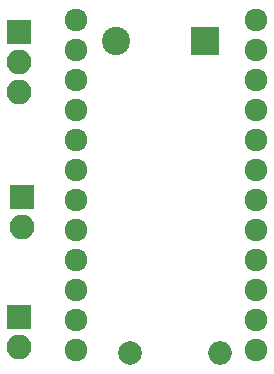
<source format=gbs>
G04 #@! TF.FileFunction,Soldermask,Bot*
%FSLAX46Y46*%
G04 Gerber Fmt 4.6, Leading zero omitted, Abs format (unit mm)*
G04 Created by KiCad (PCBNEW 4.0.7-e2-6376~58~ubuntu16.04.1) date Thu Jan  4 23:54:05 2018*
%MOMM*%
%LPD*%
G01*
G04 APERTURE LIST*
%ADD10C,0.020000*%
%ADD11C,1.924000*%
%ADD12R,2.400000X2.400000*%
%ADD13C,2.400000*%
%ADD14C,2.000000*%
%ADD15O,2.000000X2.000000*%
%ADD16R,2.100000X2.100000*%
%ADD17O,2.100000X2.100000*%
G04 APERTURE END LIST*
D10*
D11*
X151638000Y-110998000D03*
X151638000Y-113538000D03*
X151638000Y-116078000D03*
X151638000Y-118618000D03*
X151638000Y-121158000D03*
X151638000Y-123698000D03*
X151638000Y-126238000D03*
X151638000Y-128778000D03*
X151638000Y-131318000D03*
X151638000Y-133858000D03*
X151638000Y-136398000D03*
X151638000Y-138938000D03*
X166878000Y-110998000D03*
X166878000Y-113538000D03*
X166878000Y-116078000D03*
X166878000Y-118618000D03*
X166878000Y-121158000D03*
X166878000Y-123698000D03*
X166878000Y-126238000D03*
X166878000Y-128778000D03*
X166878000Y-131318000D03*
X166878000Y-133858000D03*
X166878000Y-136398000D03*
X166878000Y-138938000D03*
D12*
X162560000Y-112776000D03*
D13*
X155060000Y-112776000D03*
D14*
X156210000Y-139192000D03*
D15*
X163830000Y-139192000D03*
D16*
X146812000Y-112014000D03*
D17*
X146812000Y-114554000D03*
X146812000Y-117094000D03*
D16*
X147066000Y-125984000D03*
D17*
X147066000Y-128524000D03*
D16*
X146812000Y-136144000D03*
D17*
X146812000Y-138684000D03*
M02*

</source>
